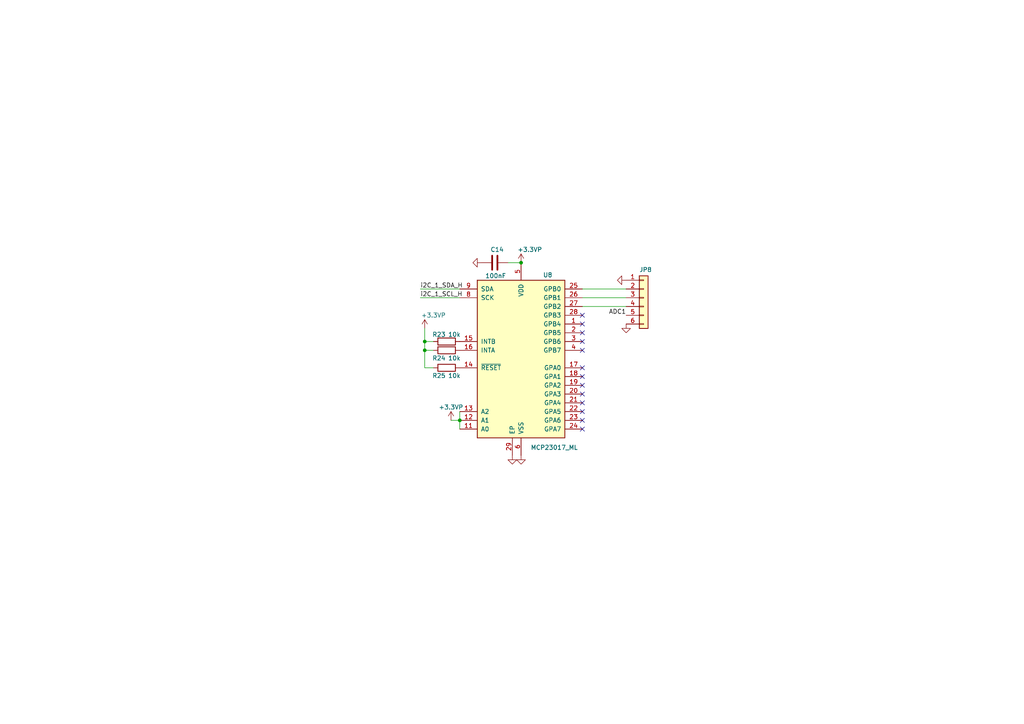
<source format=kicad_sch>
(kicad_sch (version 20231120) (generator "eeschema") (generator_version "8.0")
  (paper "A4")
  (lib_symbols
    (symbol "Connector_Generic:Conn_01x06" (pin_names (offset 1.016) hide)
      (property "Reference" "J" (at 0 7.62 0))
      (property "Value" "Conn_01x06" (at 0 -10.16 0))
      (symbol "Conn_01x06_1_1"
        (rectangle (start -1.27 -7.493) (end 0 -7.747) (stroke (width 0.1524)))
        (rectangle (start -1.27 -4.953) (end 0 -5.207) (stroke (width 0.1524)))
        (rectangle (start -1.27 -2.413) (end 0 -2.667) (stroke (width 0.1524)))
        (rectangle (start -1.27 0.127) (end 0 -0.127) (stroke (width 0.1524)))
        (rectangle (start -1.27 2.667) (end 0 2.413) (stroke (width 0.1524)))
        (rectangle (start -1.27 5.207) (end 0 4.953) (stroke (width 0.1524)))
        (rectangle (start -1.27 6.35) (end 1.27 -8.89) (stroke (width 0.254)) (fill (type background)))
        (pin passive line (at -5.08 5.08 0) (length 3.81) (name "Pin_1") (number "1"))
        (pin passive line (at -5.08 2.54 0) (length 3.81) (name "Pin_2") (number "2"))
        (pin passive line (at -5.08 0 0) (length 3.81) (name "Pin_3") (number "3"))
        (pin passive line (at -5.08 -2.54 0) (length 3.81) (name "Pin_4") (number "4"))
        (pin passive line (at -5.08 -5.08 0) (length 3.81) (name "Pin_5") (number "5"))
        (pin passive line (at -5.08 -7.62 0) (length 3.81) (name "Pin_6") (number "6"))
      )
    )
    (symbol "Device:C" (pin_numbers hide) (pin_names (offset 0.254))
      (property "Reference" "C" (at 0.635 2.54 0))
      (property "Value" "C" (at 0.635 -2.54 0))
      (symbol "C_0_1"
        (polyline (pts (xy -2.032 -0.762) (xy 2.032 -0.762)) (stroke (width 0.508)))
        (polyline (pts (xy -2.032 0.762) (xy 2.032 0.762)) (stroke (width 0.508)))
      )
      (symbol "C_1_1"
        (pin passive line (at 0 3.81 270) (length 2.794) (name "~") (number "1"))
        (pin passive line (at 0 -3.81 90) (length 2.794) (name "~") (number "2"))
      )
    )
    (symbol "Device:R" (pin_numbers hide) (pin_names (offset 0))
      (property "Reference" "R" (at 2.032 0 90))
      (property "Value" "R" (at 0 0 90))
      (symbol "R_0_1"
        (rectangle (start -1.016 -2.54) (end 1.016 2.54) (stroke (width 0.254)))
      )
      (symbol "R_1_1"
        (pin passive line (at 0 3.81 270) (length 1.27) (name "~") (number "1"))
        (pin passive line (at 0 -3.81 90) (length 1.27) (name "~") (number "2"))
      )
    )
    (symbol "Interface_Expansion:MCP23017_ML" (pin_names (offset 1.016))
      (property "Reference" "U" (at -11.43 24.13 0))
      (property "Value" "MCP23017_ML" (at 0 0 0))
      (symbol "MCP23017_ML_0_1"
        (rectangle (start -12.7 22.86) (end 12.7 -22.86) (stroke (width 0.254)) (fill (type background)))
      )
      (symbol "MCP23017_ML_1_1"
        (pin bidirectional line (at 17.78 10.16 180) (length 5.08) (name "GPB4") (number "1"))
        (pin no_connect line (at -12.7 12.7 0) (length 5.08) hide (name "NC") (number "10"))
        (pin input line (at -17.78 -20.32 0) (length 5.08) (name "A0") (number "11"))
        (pin input line (at -17.78 -17.78 0) (length 5.08) (name "A1") (number "12"))
        (pin input line (at -17.78 -15.24 0) (length 5.08) (name "A2") (number "13"))
        (pin input line (at -17.78 -2.54 0) (length 5.08) (name "~{RESET}") (number "14"))
        (pin tri_state line (at -17.78 5.08 0) (length 5.08) (name "INTB") (number "15"))
        (pin tri_state line (at -17.78 2.54 0) (length 5.08) (name "INTA") (number "16"))
        (pin bidirectional line (at 17.78 -2.54 180) (length 5.08) (name "GPA0") (number "17"))
        (pin bidirectional line (at 17.78 -5.08 180) (length 5.08) (name "GPA1") (number "18"))
        (pin bidirectional line (at 17.78 -7.62 180) (length 5.08) (name "GPA2") (number "19"))
        (pin bidirectional line (at 17.78 7.62 180) (length 5.08) (name "GPB5") (number "2"))
        (pin bidirectional line (at 17.78 -10.16 180) (length 5.08) (name "GPA3") (number "20"))
        (pin bidirectional line (at 17.78 -12.7 180) (length 5.08) (name "GPA4") (number "21"))
        (pin bidirectional line (at 17.78 -15.24 180) (length 5.08) (name "GPA5") (number "22"))
        (pin bidirectional line (at 17.78 -17.78 180) (length 5.08) (name "GPA6") (number "23"))
        (pin bidirectional line (at 17.78 -20.32 180) (length 5.08) (name "GPA7") (number "24"))
        (pin bidirectional line (at 17.78 20.32 180) (length 5.08) (name "GPB0") (number "25"))
        (pin bidirectional line (at 17.78 17.78 180) (length 5.08) (name "GPB1") (number "26"))
        (pin bidirectional line (at 17.78 15.24 180) (length 5.08) (name "GPB2") (number "27"))
        (pin bidirectional line (at 17.78 12.7 180) (length 5.08) (name "GPB3") (number "28"))
        (pin passive line (at -2.54 -27.94 90) (length 5.08) (name "EP") (number "29"))
        (pin bidirectional line (at 17.78 5.08 180) (length 5.08) (name "GPB6") (number "3"))
        (pin bidirectional line (at 17.78 2.54 180) (length 5.08) (name "GPB7") (number "4"))
        (pin power_in line (at 0 27.94 270) (length 5.08) (name "VDD") (number "5"))
        (pin power_in line (at 0 -27.94 90) (length 5.08) (name "VSS") (number "6"))
        (pin no_connect line (at -12.7 15.24 0) (length 5.08) hide (name "NC") (number "7"))
        (pin input line (at -17.78 17.78 0) (length 5.08) (name "SCK") (number "8"))
        (pin bidirectional line (at -17.78 20.32 0) (length 5.08) (name "SDA") (number "9"))
      )
    )
    (symbol "power:+3.3VP" (power) (pin_names (offset 0))
      (property "Value" "+3.3VP" (at 0 2.54 0))
      (symbol "+3.3VP_0_0"
        (pin power_in line (at 0 0 90) (length 0) hide (name "+3.3VP") (number "1"))
      )
      (symbol "+3.3VP_0_1"
        (polyline (pts (xy -0.762 1.27) (xy 0 2.54)))
        (polyline (pts (xy 0 0) (xy 0 2.54)))
        (polyline (pts (xy 0 2.54) (xy 0.762 1.27)))
      )
    )
    (symbol "power:GND" (power) (pin_names (offset 0))
      (property "Value" "GND" (at 0 -3.81 0))
      (symbol "GND_0_1"
        (polyline (pts (xy 0 0) (xy 0 -1.27) (xy 1.27 -1.27) (xy 0 -2.54) (xy -1.27 -1.27) (xy 0 -1.27)))
      )
      (symbol "GND_1_1"
        (pin power_in line (at 0 0 270) (length 0) hide (name "GND") (number "1"))
      )
    )
  )
  (junction (at 123.19 99.06))
  (junction (at 151.13 76.2))
  (junction (at 133.35 121.92))
  (junction (at 123.19 101.6))
  (no_connect (at 168.91 106.68))
  (no_connect (at 168.91 96.52))
  (no_connect (at 168.91 119.38))
  (no_connect (at 168.91 101.6))
  (no_connect (at 168.91 114.3))
  (no_connect (at 168.91 111.76))
  (no_connect (at 168.91 124.46))
  (no_connect (at 168.91 121.92))
  (no_connect (at 168.91 91.44))
  (no_connect (at 168.91 109.22))
  (no_connect (at 168.91 93.98))
  (no_connect (at 168.91 99.06))
  (no_connect (at 168.91 116.84))
  (wire (pts (xy 168.91 86.36) (xy 181.61 86.36)))
  (wire (pts (xy 130.81 121.92) (xy 133.35 121.92)))
  (wire (pts (xy 123.19 95.25) (xy 123.19 99.06)))
  (wire (pts (xy 123.19 99.06) (xy 123.19 101.6)))
  (wire (pts (xy 123.19 99.06) (xy 125.73 99.06)))
  (wire (pts (xy 125.73 106.68) (xy 123.19 106.68)))
  (wire (pts (xy 168.91 83.82) (xy 181.61 83.82)))
  (wire (pts (xy 121.92 83.82) (xy 133.35 83.82)))
  (wire (pts (xy 168.91 88.9) (xy 181.61 88.9)))
  (wire (pts (xy 147.32 76.2) (xy 151.13 76.2)))
  (wire (pts (xy 123.19 101.6) (xy 123.19 106.68)))
  (wire (pts (xy 121.92 86.36) (xy 133.35 86.36)))
  (wire (pts (xy 133.35 121.92) (xy 133.35 124.46)))
  (wire (pts (xy 123.19 101.6) (xy 125.73 101.6)))
  (wire (pts (xy 133.35 119.38) (xy 133.35 121.92)))
  (label "i2C_1_SDA_H" (at 121.92 83.82 0))
  (label "ADC1" (at 181.61 91.44 180))
  (label "i2C_1_SCL_H" (at 121.92 86.36 0))
  (symbol (lib_id "power:GND") (at 181.61 81.28 270) (unit 1)
    (property "Reference" "#PWR061" (effects (hide yes)))
    (property "Value" "GND" (effects (hide yes)))
  )
  (symbol (lib_id "Device:R") (at 129.54 101.6 90) (unit 1)
    (property "Reference" "R24" (at 129.286 103.886 90) (effects (justify left)))
    (property "Value" "10k" (at 133.604 103.886 90) (effects (justify left)))
    (property "Footprint" "Resistor_SMD:R_0603_1608Metric" (effects (hide yes)))
  )
  (symbol (lib_id "power:GND") (at 181.61 93.98 0) (unit 1)
    (property "Reference" "#PWR062" (effects (hide yes)))
    (property "Value" "GND" (effects (hide yes)))
  )
  (symbol (lib_id "Device:C") (at 143.51 76.2 270) (unit 1)
    (property "Reference" "C14" (at 142.24 72.39 90) (effects (justify left)))
    (property "Value" "100nF" (at 140.716 80.01 90) (effects (justify left)))
    (property "Footprint" "Capacitor_SMD:C_0603_1608Metric" (effects (hide yes)))
  )
  (symbol (lib_id "power:+3.3VP") (at 123.19 95.25 0) (mirror y) (unit 1)
    (property "Reference" "#PWR052" (effects (hide yes)))
    (property "Value" "+3.3VP" (at 125.73 91.44 0))
  )
  (symbol (lib_id "power:+3.3VP") (at 151.13 76.2 0) (mirror y) (unit 1)
    (property "Reference" "#PWR059" (effects (hide yes)))
    (property "Value" "+3.3VP" (at 153.67 72.39 0))
  )
  (symbol (lib_id "power:GND") (at 151.13 132.08 0) (unit 1)
    (property "Reference" "#PWR060" (effects (hide yes)))
    (property "Value" "GND" (effects (hide yes)))
  )
  (symbol (lib_id "Connector_Generic:Conn_01x06") (at 186.69 86.36 0) (unit 1)
    (property "Reference" "JP8" (at 185.42 78.232 0) (effects (justify left)))
    (property "Value" "Conn_01x06" (effects (hide yes)))
    (property "Footprint" "Connector_Molex:Molex_Nano-Fit_105313-xx06_1x06_P2.50mm_Horizontal" (effects (hide yes)))
    (property "Description" "Generic connector, single row, 01x06, script generated (kicad-library-utils/schlib/autogen/connector/)" (effects (hide yes)))
  )
  (symbol (lib_id "Interface_Expansion:MCP23017_ML") (at 151.13 104.14 0) (unit 1)
    (property "Reference" "U8" (at 157.48 79.756 0) (effects (justify left)))
    (property "Value" "MCP23017_ML" (at 153.924 129.794 0) (effects (justify left)))
    (property "Footprint" "Package_DFN_QFN:QFN-28-1EP_6x6mm_P0.65mm_EP4.25x4.25mm" (effects (hide yes)))
    (property "Datasheet" "http://ww1.microchip.com/downloads/en/DeviceDoc/20001952C.pdf" (effects (hide yes)))
    (property "Description" "16-bit I/O expander, I2C, interrupts, w pull-ups, QFN-28" (effects (hide yes)))
  )
  (symbol (lib_id "power:+3.3VP") (at 130.81 121.92 0) (mirror y) (unit 1)
    (property "Reference" "#PWR056" (effects (hide yes)))
    (property "Value" "+3.3VP" (at 130.81 118.11 0))
  )
  (symbol (lib_id "Device:R") (at 129.54 99.06 90) (unit 1)
    (property "Reference" "R23" (at 129.286 97.028 90) (effects (justify left)))
    (property "Value" "10k" (at 133.604 97.028 90) (effects (justify left)))
    (property "Footprint" "Resistor_SMD:R_0603_1608Metric" (effects (hide yes)))
  )
  (symbol (lib_id "power:GND") (at 148.59 132.08 0) (unit 1)
    (property "Reference" "#PWR058" (effects (hide yes)))
    (property "Value" "GND" (effects (hide yes)))
  )
  (symbol (lib_id "power:GND") (at 139.7 76.2 270) (unit 1)
    (property "Reference" "#PWR057" (effects (hide yes)))
    (property "Value" "GND" (effects (hide yes)))
  )
  (symbol (lib_id "Device:R") (at 129.54 106.68 90) (unit 1)
    (property "Reference" "R25" (at 129.286 108.966 90) (effects (justify left)))
    (property "Value" "10k" (at 133.604 108.966 90) (effects (justify left)))
    (property "Footprint" "Resistor_SMD:R_0603_1608Metric" (effects (hide yes)))
  )
)
</source>
